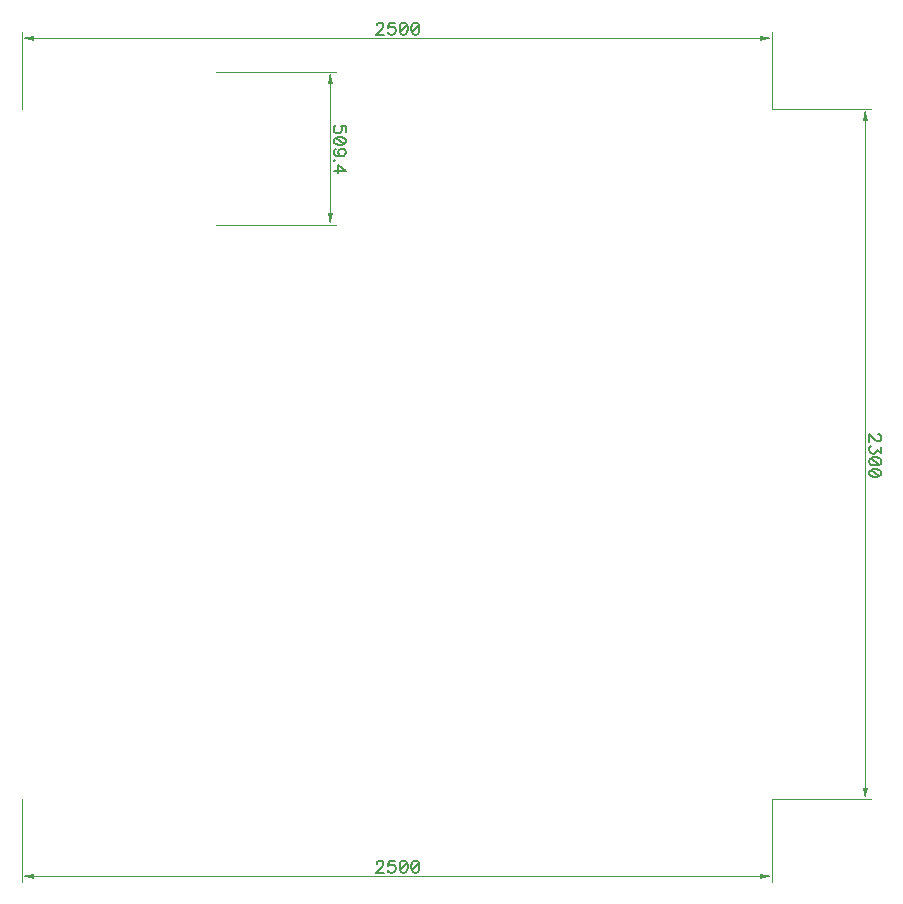
<source format=gbr>
%TF.GenerationSoftware,Novarm,DipTrace,3.2.0.1*%
%TF.CreationDate,2017-11-24T17:42:08-08:00*%
%FSLAX26Y26*%
%MOIN*%
%TF.FileFunction,Drawing,Top*%
%TF.Part,Single*%
%ADD16C,0.001378*%
%ADD119C,0.006176*%
G75*
G01*
%LPD*%
X494000Y494000D2*
D16*
Y218064D1*
X2994000Y494000D2*
Y218064D1*
X1744000Y237749D2*
X533370D1*
G36*
X494000D2*
X533370Y245623D1*
Y229875D1*
X494000Y237749D1*
G37*
X1744000D2*
D16*
X2954630D1*
G36*
X2994000D2*
X2954630Y229875D1*
Y245623D1*
X2994000Y237749D1*
G37*
Y2794000D2*
D16*
X3326185D1*
X2994000Y494000D2*
X3326185D1*
X3306500Y1644000D2*
Y2754630D1*
G36*
Y2794000D2*
X3314374Y2754630D1*
X3298626D1*
X3306500Y2794000D1*
G37*
Y1644000D2*
D16*
Y533370D1*
G36*
Y494000D2*
X3298626Y533370D1*
X3314374D1*
X3306500Y494000D1*
G37*
X494000Y2794000D2*
D16*
Y3051185D1*
X2994000Y2794000D2*
Y3051185D1*
X1744000Y3031500D2*
X533370D1*
G36*
X494000D2*
X533370Y3039374D1*
Y3023626D1*
X494000Y3031500D1*
G37*
X1744000D2*
D16*
X2954630D1*
G36*
X2994000D2*
X2954630Y3023626D1*
Y3039374D1*
X2994000Y3031500D1*
G37*
X1140875Y2409625D2*
D16*
X1541810D1*
X1140875Y2919000D2*
X1541810D1*
X1522125Y2664312D2*
Y2448995D1*
G36*
Y2409625D2*
X1514251Y2448995D1*
X1529999D1*
X1522125Y2409625D1*
G37*
Y2664312D2*
D16*
Y2879630D1*
G36*
Y2919000D2*
X1529999Y2879630D1*
X1514251D1*
X1522125Y2919000D1*
G37*
X1676917Y280557D2*
D119*
Y282459D1*
X1678818Y286305D1*
X1680719Y288207D1*
X1684566Y290108D1*
X1692216D1*
X1696018Y288207D1*
X1697919Y286305D1*
X1699865Y282459D1*
Y278656D1*
X1697919Y274809D1*
X1694117Y269105D1*
X1674971Y249960D1*
X1701766D1*
X1737065Y290108D2*
X1717964D1*
X1716063Y272908D1*
X1717964Y274809D1*
X1723712Y276755D1*
X1729416D1*
X1735164Y274809D1*
X1739011Y271007D1*
X1740912Y265259D1*
Y261456D1*
X1739011Y255708D1*
X1735164Y251861D1*
X1729416Y249960D1*
X1723712D1*
X1717964Y251861D1*
X1716063Y253807D1*
X1714117Y257609D1*
X1764760Y290108D2*
X1759012Y288207D1*
X1755165Y282459D1*
X1753264Y272908D1*
Y267160D1*
X1755165Y257609D1*
X1759012Y251861D1*
X1764760Y249960D1*
X1768562D1*
X1774310Y251861D1*
X1778113Y257609D1*
X1780058Y267160D1*
Y272908D1*
X1778113Y282459D1*
X1774310Y288207D1*
X1768562Y290108D1*
X1764760D1*
X1778113Y282459D2*
X1755165Y257609D1*
X1803906Y290108D2*
X1798158Y288207D1*
X1794311Y282459D1*
X1792410Y272908D1*
Y267160D1*
X1794311Y257609D1*
X1798158Y251861D1*
X1803906Y249960D1*
X1807708D1*
X1813456Y251861D1*
X1817259Y257609D1*
X1819204Y267160D1*
Y272908D1*
X1817259Y282459D1*
X1813456Y288207D1*
X1807708Y290108D1*
X1803906D1*
X1817259Y282459D2*
X1794311Y257609D1*
X3349308Y1711083D2*
X3351209D1*
X3355056Y1709182D1*
X3356957Y1707281D1*
X3358859Y1703434D1*
Y1695784D1*
X3356957Y1691982D1*
X3355056Y1690081D1*
X3351209Y1688135D1*
X3347407D1*
X3343560Y1690081D1*
X3337856Y1693883D1*
X3318711Y1713029D1*
Y1686234D1*
X3358859Y1670036D2*
Y1649033D1*
X3343560Y1660485D1*
Y1654737D1*
X3341659Y1650935D1*
X3339757Y1649033D1*
X3334009Y1647088D1*
X3330207D1*
X3324459Y1649033D1*
X3320612Y1652836D1*
X3318711Y1658584D1*
Y1664332D1*
X3320612Y1670036D1*
X3322558Y1671937D1*
X3326360Y1673883D1*
X3358859Y1623240D2*
X3356957Y1628988D1*
X3351209Y1632835D1*
X3341659Y1634736D1*
X3335911D1*
X3326360Y1632835D1*
X3320612Y1628988D1*
X3318711Y1623240D1*
Y1619438D1*
X3320612Y1613690D1*
X3326360Y1609887D1*
X3335911Y1607942D1*
X3341659D1*
X3351209Y1609887D1*
X3356957Y1613690D1*
X3358859Y1619438D1*
Y1623240D1*
X3351209Y1609887D2*
X3326360Y1632835D1*
X3358859Y1584094D2*
X3356957Y1589842D1*
X3351209Y1593689D1*
X3341659Y1595590D1*
X3335911D1*
X3326360Y1593689D1*
X3320612Y1589842D1*
X3318711Y1584094D1*
Y1580292D1*
X3320612Y1574544D1*
X3326360Y1570741D1*
X3335911Y1568796D1*
X3341659D1*
X3351209Y1570741D1*
X3356957Y1574544D1*
X3358859Y1580292D1*
Y1584094D1*
X3351209Y1570741D2*
X3326360Y1593689D1*
X1676917Y3074308D2*
Y3076209D1*
X1678818Y3080056D1*
X1680719Y3081957D1*
X1684566Y3083859D1*
X1692216D1*
X1696018Y3081957D1*
X1697919Y3080056D1*
X1699865Y3076209D1*
Y3072407D1*
X1697919Y3068560D1*
X1694117Y3062856D1*
X1674971Y3043711D1*
X1701766D1*
X1737065Y3083859D2*
X1717964D1*
X1716063Y3066659D1*
X1717964Y3068560D1*
X1723712Y3070505D1*
X1729416D1*
X1735164Y3068560D1*
X1739011Y3064757D1*
X1740912Y3059009D1*
Y3055207D1*
X1739011Y3049459D1*
X1735164Y3045612D1*
X1729416Y3043711D1*
X1723712D1*
X1717964Y3045612D1*
X1716063Y3047558D1*
X1714117Y3051360D1*
X1764760Y3083859D2*
X1759012Y3081957D1*
X1755165Y3076209D1*
X1753264Y3066659D1*
Y3060911D1*
X1755165Y3051360D1*
X1759012Y3045612D1*
X1764760Y3043711D1*
X1768562D1*
X1774310Y3045612D1*
X1778113Y3051360D1*
X1780058Y3060911D1*
Y3066659D1*
X1778113Y3076209D1*
X1774310Y3081957D1*
X1768562Y3083859D1*
X1764760D1*
X1778113Y3076209D2*
X1755165Y3051360D1*
X1803906Y3083859D2*
X1798158Y3081957D1*
X1794311Y3076209D1*
X1792410Y3066659D1*
Y3060911D1*
X1794311Y3051360D1*
X1798158Y3045612D1*
X1803906Y3043711D1*
X1807708D1*
X1813456Y3045612D1*
X1817259Y3051360D1*
X1819204Y3060911D1*
Y3066659D1*
X1817259Y3076209D1*
X1813456Y3081957D1*
X1807708Y3083859D1*
X1803906D1*
X1817259Y3076209D2*
X1794311Y3051360D1*
X1574483Y2718492D2*
Y2737593D1*
X1557283Y2739495D1*
X1559185Y2737593D1*
X1561130Y2731845D1*
Y2726141D1*
X1559185Y2720393D1*
X1555382Y2716547D1*
X1549634Y2714645D1*
X1545831D1*
X1540083Y2716547D1*
X1536237Y2720393D1*
X1534335Y2726141D1*
Y2731845D1*
X1536237Y2737593D1*
X1538182Y2739495D1*
X1541985Y2741440D1*
X1574483Y2690798D2*
X1572582Y2696546D1*
X1566834Y2700393D1*
X1557283Y2702294D1*
X1551535D1*
X1541985Y2700393D1*
X1536237Y2696546D1*
X1534335Y2690798D1*
Y2686995D1*
X1536237Y2681247D1*
X1541985Y2677445D1*
X1551535Y2675499D1*
X1557283D1*
X1566834Y2677445D1*
X1572582Y2681247D1*
X1574483Y2686995D1*
Y2690798D1*
X1566834Y2677445D2*
X1541985Y2700393D1*
X1561130Y2638254D2*
X1555382Y2640200D1*
X1551535Y2644002D1*
X1549634Y2649751D1*
Y2651652D1*
X1551535Y2657400D1*
X1555382Y2661202D1*
X1561130Y2663148D1*
X1563031D1*
X1568779Y2661202D1*
X1572582Y2657400D1*
X1574483Y2651652D1*
Y2649751D1*
X1572582Y2644002D1*
X1568779Y2640200D1*
X1561130Y2638254D1*
X1551535D1*
X1541985Y2640200D1*
X1536237Y2644002D1*
X1534335Y2649751D1*
Y2653553D1*
X1536237Y2659301D1*
X1540083Y2661202D1*
X1538182Y2624002D2*
X1536237Y2625903D1*
X1534335Y2624002D1*
X1536237Y2622056D1*
X1538182Y2624002D1*
X1534335Y2590560D2*
X1574483D1*
X1547733Y2609705D1*
Y2581009D1*
M02*

</source>
